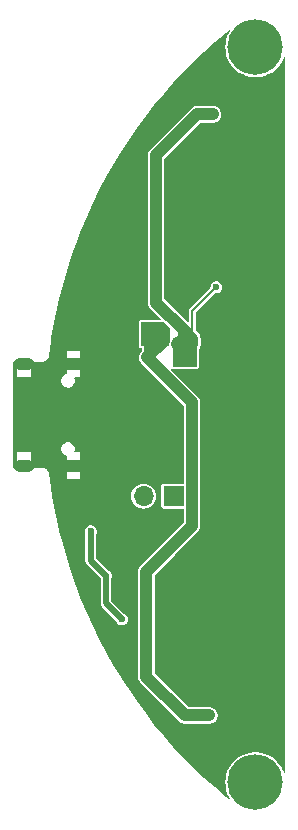
<source format=gbr>
%TF.GenerationSoftware,KiCad,Pcbnew,8.0.5*%
%TF.CreationDate,2025-01-30T00:47:00+01:00*%
%TF.ProjectId,LAMP_OUTDOOR_BATTERY,4c414d50-5f4f-4555-9444-4f4f525f4241,rev?*%
%TF.SameCoordinates,Original*%
%TF.FileFunction,Copper,L2,Bot*%
%TF.FilePolarity,Positive*%
%FSLAX46Y46*%
G04 Gerber Fmt 4.6, Leading zero omitted, Abs format (unit mm)*
G04 Created by KiCad (PCBNEW 8.0.5) date 2025-01-30 00:47:00*
%MOMM*%
%LPD*%
G01*
G04 APERTURE LIST*
%TA.AperFunction,ComponentPad*%
%ADD10O,2.100000X1.000000*%
%TD*%
%TA.AperFunction,ComponentPad*%
%ADD11O,1.800000X1.000000*%
%TD*%
%TA.AperFunction,ComponentPad*%
%ADD12C,3.100000*%
%TD*%
%TA.AperFunction,ConnectorPad*%
%ADD13C,4.700000*%
%TD*%
%TA.AperFunction,ComponentPad*%
%ADD14R,1.700000X1.700000*%
%TD*%
%TA.AperFunction,ComponentPad*%
%ADD15O,1.700000X1.700000*%
%TD*%
%TA.AperFunction,ViaPad*%
%ADD16C,0.600000*%
%TD*%
%TA.AperFunction,Conductor*%
%ADD17C,1.000000*%
%TD*%
%TA.AperFunction,Conductor*%
%ADD18C,0.500000*%
%TD*%
%TA.AperFunction,Conductor*%
%ADD19C,0.200000*%
%TD*%
G04 APERTURE END LIST*
D10*
%TO.P,J1,S1*%
%TO.N,GND*%
X142385000Y-87610000D03*
%TO.P,J1,S2*%
X142385000Y-96250000D03*
D11*
%TO.P,J1,S3*%
X138205000Y-87610000D03*
%TO.P,J1,S4*%
X138205000Y-96250000D03*
%TD*%
D12*
%TO.P,REF\u002A\u002A,1*%
%TO.N,N/C*%
X157764700Y-123050400D03*
D13*
X157764700Y-123050400D03*
%TD*%
D12*
%TO.P,REF\u002A\u002A,1*%
%TO.N,N/C*%
X157764700Y-60789600D03*
D13*
X157764700Y-60789600D03*
%TD*%
%TO.P,,1*%
%TO.N,N/C*%
X157764700Y-123050400D03*
%TD*%
D14*
%TO.P,SW1,1,A*%
%TO.N,+BATT*%
X150830000Y-98810000D03*
D15*
%TO.P,SW1,2,B*%
%TO.N,/IN*%
X148290000Y-98810000D03*
%TD*%
D16*
%TO.N,+BATT*%
X152220000Y-67080000D03*
X154180000Y-66490000D03*
X153110000Y-66490000D03*
%TO.N,/Battery-*%
X152480000Y-117380000D03*
X153870000Y-117380000D03*
%TO.N,GND*%
X150190000Y-107410000D03*
%TO.N,+5V*%
X146460000Y-109250000D03*
X145100000Y-105550000D03*
X143820000Y-101790000D03*
%TO.N,GND*%
X151820000Y-69850000D03*
X155690000Y-88110000D03*
X151820000Y-76460718D03*
X150790000Y-101180000D03*
X155690000Y-91520718D03*
X147230000Y-69820000D03*
X159060000Y-91520000D03*
X159090000Y-97739282D03*
X151820000Y-73260718D03*
X155300000Y-76390718D03*
X158720000Y-69750000D03*
X155300000Y-73190718D03*
X148190000Y-96800000D03*
X143570000Y-99660000D03*
X140270000Y-91460000D03*
X154200000Y-115680000D03*
X152750000Y-119020000D03*
X147230000Y-76430718D03*
X141120000Y-98230000D03*
X159060000Y-94930718D03*
X159060000Y-88320000D03*
X155720000Y-97740000D03*
X155690000Y-94720718D03*
X159450000Y-105380000D03*
X152549282Y-115680000D03*
X147230000Y-73230718D03*
X147900000Y-93320000D03*
X144990000Y-94710000D03*
X155720000Y-100940000D03*
X140270000Y-88480000D03*
X140910000Y-85690000D03*
X158720000Y-76360718D03*
X159140000Y-100910000D03*
X158720000Y-72950000D03*
X150480000Y-96850000D03*
X155510000Y-107300000D03*
X151099282Y-119020000D03*
X155300000Y-69780000D03*
X159470000Y-107340000D03*
X140270000Y-94280000D03*
X144690000Y-87640000D03*
%TO.N,+BATT*%
X151160000Y-85960000D03*
X151160000Y-87360000D03*
X152410000Y-87360000D03*
X154450000Y-81130000D03*
X152410000Y-85960000D03*
%TO.N,/Battery-*%
X149980000Y-84450000D03*
X149980000Y-85700000D03*
X148580000Y-84450000D03*
X148580000Y-85700000D03*
%TD*%
D17*
%TO.N,+BATT*%
X152810000Y-66490000D02*
X152220000Y-67080000D01*
X153110000Y-66490000D02*
X152810000Y-66490000D01*
X154180000Y-66490000D02*
X153110000Y-66490000D01*
%TO.N,/Battery-*%
X152480000Y-117380000D02*
X151820000Y-117380000D01*
X152380000Y-101340000D02*
X152380000Y-90840000D01*
X148520000Y-114080000D02*
X148520000Y-105200000D01*
X151820000Y-117380000D02*
X148520000Y-114080000D01*
X148520000Y-105200000D02*
X152380000Y-101340000D01*
X152380000Y-90840000D02*
X148610000Y-87070000D01*
X153870000Y-117380000D02*
X152480000Y-117380000D01*
D18*
%TO.N,+5V*%
X145100000Y-105550000D02*
X145100000Y-107890000D01*
X143820000Y-104270000D02*
X145100000Y-105550000D01*
X145100000Y-107890000D02*
X146460000Y-109250000D01*
X143820000Y-101790000D02*
X143820000Y-104270000D01*
D17*
%TO.N,+BATT*%
X151697107Y-84752893D02*
X149360000Y-82415786D01*
X151697107Y-84752893D02*
X151697107Y-85422893D01*
X152410000Y-85960000D02*
X152410000Y-85465786D01*
X149360000Y-82415786D02*
X149360000Y-69940000D01*
D19*
X154450000Y-81130000D02*
X152410000Y-83170000D01*
D17*
X151697107Y-85422893D02*
X151160000Y-85960000D01*
D19*
X152410000Y-83170000D02*
X152410000Y-85960000D01*
D17*
X152410000Y-85465786D02*
X151697107Y-84752893D01*
X149360000Y-69940000D02*
X152220000Y-67080000D01*
%TO.N,/Battery-*%
X148825000Y-86855000D02*
X148825000Y-85945000D01*
X148825000Y-85945000D02*
X148580000Y-85700000D01*
X148610000Y-87070000D02*
X149980000Y-85700000D01*
X148610000Y-87070000D02*
X148825000Y-86855000D01*
%TD*%
%TA.AperFunction,Conductor*%
%TO.N,/Battery-*%
G36*
X150027910Y-84074352D02*
G01*
X150525648Y-84572090D01*
X150540000Y-84606738D01*
X150540000Y-85616571D01*
X150536270Y-85635322D01*
X150486420Y-85755670D01*
X150486418Y-85755679D01*
X150459500Y-85891002D01*
X150459500Y-86031000D01*
X150445148Y-86065648D01*
X150410500Y-86080000D01*
X148129000Y-86080000D01*
X148094352Y-86065648D01*
X148080000Y-86031000D01*
X148080000Y-84109000D01*
X148094352Y-84074352D01*
X148129000Y-84060000D01*
X149993262Y-84060000D01*
X150027910Y-84074352D01*
G37*
%TD.AperFunction*%
%TD*%
%TA.AperFunction,Conductor*%
%TO.N,+BATT*%
G36*
X152775648Y-85414352D02*
G01*
X152790000Y-85449000D01*
X152790000Y-87811000D01*
X152775648Y-87845648D01*
X152741000Y-87860000D01*
X150819000Y-87860000D01*
X150784352Y-87845648D01*
X150770000Y-87811000D01*
X150770000Y-85449000D01*
X150784352Y-85414352D01*
X150819000Y-85400000D01*
X152741000Y-85400000D01*
X152775648Y-85414352D01*
G37*
%TD.AperFunction*%
%TD*%
%TA.AperFunction,Conductor*%
%TO.N,GND*%
G36*
X155598726Y-59381202D02*
G01*
X155609050Y-59417256D01*
X155601739Y-59437946D01*
X155525261Y-59558457D01*
X155388615Y-59848843D01*
X155289442Y-60154065D01*
X155229307Y-60469308D01*
X155209157Y-60789595D01*
X155209157Y-60789604D01*
X155229307Y-61109891D01*
X155289442Y-61425134D01*
X155388615Y-61730356D01*
X155525261Y-62020742D01*
X155697219Y-62291706D01*
X155901783Y-62538983D01*
X155901790Y-62538991D01*
X156135731Y-62758676D01*
X156135734Y-62758678D01*
X156135736Y-62758680D01*
X156395372Y-62947316D01*
X156676603Y-63101924D01*
X156974994Y-63220066D01*
X157285839Y-63299877D01*
X157604236Y-63340100D01*
X157604237Y-63340100D01*
X157925163Y-63340100D01*
X157925164Y-63340100D01*
X158243561Y-63299877D01*
X158554406Y-63220066D01*
X158852797Y-63101924D01*
X159134028Y-62947316D01*
X159393664Y-62758680D01*
X159627611Y-62538990D01*
X159832178Y-62291710D01*
X160004139Y-62020742D01*
X160140784Y-61730358D01*
X160168597Y-61644756D01*
X160192953Y-61616240D01*
X160230341Y-61613297D01*
X160258858Y-61637653D01*
X160264199Y-61659899D01*
X160264199Y-122180100D01*
X160249847Y-122214748D01*
X160215199Y-122229100D01*
X160180551Y-122214748D01*
X160168597Y-122195242D01*
X160140784Y-122109643D01*
X160123348Y-122072589D01*
X160004139Y-121819258D01*
X159832178Y-121548290D01*
X159627611Y-121301010D01*
X159627609Y-121301008D01*
X159393668Y-121081323D01*
X159393660Y-121081317D01*
X159134035Y-120892689D01*
X159134029Y-120892685D01*
X159134030Y-120892685D01*
X159134028Y-120892684D01*
X158852797Y-120738076D01*
X158749984Y-120697369D01*
X158554407Y-120619934D01*
X158243560Y-120540122D01*
X157925166Y-120499900D01*
X157925164Y-120499900D01*
X157604236Y-120499900D01*
X157604233Y-120499900D01*
X157285839Y-120540122D01*
X156974992Y-120619934D01*
X156676600Y-120738077D01*
X156395370Y-120892685D01*
X156395364Y-120892689D01*
X156135739Y-121081317D01*
X156135731Y-121081323D01*
X155901790Y-121301008D01*
X155901783Y-121301016D01*
X155697219Y-121548293D01*
X155525261Y-121819257D01*
X155388615Y-122109643D01*
X155289442Y-122414865D01*
X155229307Y-122730108D01*
X155209157Y-123050395D01*
X155209157Y-123050404D01*
X155229307Y-123370691D01*
X155289442Y-123685934D01*
X155388615Y-123991156D01*
X155525261Y-124281542D01*
X155601727Y-124402034D01*
X155608175Y-124438978D01*
X155586610Y-124469661D01*
X155549666Y-124476109D01*
X155529866Y-124466648D01*
X155274723Y-124263854D01*
X155273606Y-124262939D01*
X154333417Y-123469353D01*
X154332328Y-123468406D01*
X153415925Y-122647468D01*
X153414864Y-122646489D01*
X152523044Y-121798913D01*
X152522012Y-121797903D01*
X151655547Y-120924423D01*
X151654546Y-120923384D01*
X150814189Y-120024760D01*
X150813218Y-120023691D01*
X149999680Y-119100678D01*
X149998742Y-119099581D01*
X149212778Y-118153041D01*
X149211872Y-118151917D01*
X148867815Y-117711807D01*
X148454083Y-117182571D01*
X148453246Y-117181465D01*
X147724372Y-116190258D01*
X147723538Y-116189089D01*
X147024174Y-115176831D01*
X147023371Y-115175631D01*
X146602616Y-114526543D01*
X146354115Y-114143187D01*
X146353391Y-114142032D01*
X145714846Y-113090333D01*
X145714116Y-113089089D01*
X145106845Y-112019061D01*
X145106174Y-112017839D01*
X144530640Y-110930293D01*
X144530049Y-110929136D01*
X143986779Y-109825063D01*
X143986211Y-109823864D01*
X143475725Y-108704316D01*
X143475178Y-108703069D01*
X142997914Y-107569017D01*
X142997402Y-107567750D01*
X142553724Y-106420057D01*
X142553261Y-106418802D01*
X142143605Y-105258594D01*
X142143175Y-105257319D01*
X141767875Y-104085546D01*
X141767456Y-104084168D01*
X141426855Y-102901907D01*
X141426476Y-102900514D01*
X141197688Y-102008361D01*
X141141689Y-101789997D01*
X143314353Y-101789997D01*
X143314353Y-101790001D01*
X143334835Y-101932457D01*
X143334835Y-101932458D01*
X143365072Y-101998665D01*
X143369500Y-102019021D01*
X143369500Y-104329310D01*
X143393713Y-104419672D01*
X143393713Y-104419673D01*
X143400200Y-104443886D01*
X143400201Y-104443888D01*
X143459511Y-104546614D01*
X144616551Y-105703654D01*
X144626474Y-105717946D01*
X144645071Y-105758665D01*
X144649500Y-105779021D01*
X144649500Y-107949310D01*
X144673713Y-108039672D01*
X144673713Y-108039673D01*
X144680200Y-108063886D01*
X144680201Y-108063888D01*
X144739511Y-108166614D01*
X145976551Y-109403654D01*
X145986475Y-109417946D01*
X146034623Y-109523373D01*
X146034624Y-109523374D01*
X146034625Y-109523376D01*
X146128871Y-109632142D01*
X146128872Y-109632143D01*
X146249947Y-109709953D01*
X146326785Y-109732514D01*
X146388034Y-109750499D01*
X146388037Y-109750499D01*
X146388039Y-109750500D01*
X146388040Y-109750500D01*
X146531960Y-109750500D01*
X146531961Y-109750500D01*
X146531963Y-109750499D01*
X146531965Y-109750499D01*
X146554795Y-109743795D01*
X146670053Y-109709953D01*
X146791128Y-109632143D01*
X146885377Y-109523373D01*
X146945165Y-109392457D01*
X146945165Y-109392455D01*
X146945166Y-109392454D01*
X146965647Y-109250002D01*
X146965647Y-109249997D01*
X146945166Y-109107545D01*
X146940751Y-109097879D01*
X146885377Y-108976627D01*
X146791128Y-108867857D01*
X146670053Y-108790047D01*
X146670050Y-108790046D01*
X146635472Y-108779893D01*
X146614629Y-108767526D01*
X145564852Y-107717749D01*
X145550500Y-107683101D01*
X145550500Y-105779021D01*
X145554928Y-105758665D01*
X145573524Y-105717946D01*
X145585165Y-105692457D01*
X145605647Y-105550000D01*
X145597043Y-105490156D01*
X145585166Y-105407545D01*
X145580751Y-105397879D01*
X145525377Y-105276627D01*
X145509792Y-105258641D01*
X145431128Y-105167857D01*
X145373782Y-105131003D01*
X147819500Y-105131003D01*
X147819500Y-114148997D01*
X147846418Y-114284320D01*
X147846420Y-114284328D01*
X147899225Y-114411811D01*
X147975886Y-114526543D01*
X151373457Y-117924114D01*
X151488189Y-118000775D01*
X151615672Y-118053580D01*
X151751006Y-118080500D01*
X153938993Y-118080500D01*
X154074328Y-118053580D01*
X154201811Y-118000775D01*
X154316542Y-117924114D01*
X154414114Y-117826542D01*
X154490775Y-117711811D01*
X154543580Y-117584328D01*
X154570500Y-117448993D01*
X154570500Y-117311007D01*
X154543580Y-117175672D01*
X154490775Y-117048189D01*
X154444613Y-116979102D01*
X154414116Y-116933460D01*
X154316539Y-116835883D01*
X154248074Y-116790137D01*
X154201811Y-116759225D01*
X154201808Y-116759223D01*
X154201807Y-116759223D01*
X154074329Y-116706420D01*
X154074318Y-116706417D01*
X153938998Y-116679500D01*
X153938993Y-116679500D01*
X152548993Y-116679500D01*
X152130453Y-116679500D01*
X152095805Y-116665148D01*
X149234852Y-113804195D01*
X149220500Y-113769547D01*
X149220500Y-105510452D01*
X149234852Y-105475804D01*
X150937959Y-103772697D01*
X152924113Y-101786543D01*
X152961433Y-101730691D01*
X153000775Y-101671811D01*
X153053580Y-101544328D01*
X153080500Y-101408993D01*
X153080500Y-90771007D01*
X153053580Y-90635672D01*
X153000775Y-90508189D01*
X152924114Y-90393457D01*
X150636049Y-88105392D01*
X150621697Y-88070744D01*
X150636049Y-88036096D01*
X150670697Y-88021744D01*
X150699052Y-88030781D01*
X150705709Y-88035505D01*
X150740357Y-88049857D01*
X150819000Y-88065500D01*
X150819003Y-88065500D01*
X152740997Y-88065500D01*
X152741000Y-88065500D01*
X152819643Y-88049857D01*
X152854291Y-88035505D01*
X152912581Y-87998879D01*
X152912581Y-87998877D01*
X152912583Y-87998877D01*
X152939043Y-87961585D01*
X152965505Y-87924291D01*
X152979857Y-87889643D01*
X152995500Y-87811000D01*
X152995500Y-86359467D01*
X153003758Y-86332244D01*
X153013758Y-86317278D01*
X153030775Y-86291811D01*
X153083580Y-86164328D01*
X153110500Y-86028993D01*
X153110500Y-85396793D01*
X153105558Y-85371950D01*
X153083580Y-85261458D01*
X153030775Y-85133975D01*
X152954114Y-85019243D01*
X152724852Y-84789981D01*
X152710500Y-84755333D01*
X152710500Y-83314766D01*
X152724851Y-83280119D01*
X154360118Y-81644851D01*
X154394766Y-81630500D01*
X154521960Y-81630500D01*
X154521961Y-81630500D01*
X154521963Y-81630499D01*
X154521965Y-81630499D01*
X154544795Y-81623795D01*
X154660053Y-81589953D01*
X154781128Y-81512143D01*
X154875377Y-81403373D01*
X154935165Y-81272457D01*
X154935165Y-81272455D01*
X154935166Y-81272454D01*
X154955647Y-81130002D01*
X154955647Y-81129997D01*
X154935166Y-80987545D01*
X154913216Y-80939483D01*
X154875377Y-80856627D01*
X154781128Y-80747857D01*
X154660053Y-80670047D01*
X154660050Y-80670046D01*
X154521965Y-80629500D01*
X154521961Y-80629500D01*
X154378039Y-80629500D01*
X154378034Y-80629500D01*
X154239949Y-80670046D01*
X154118871Y-80747857D01*
X154024625Y-80856623D01*
X154024624Y-80856625D01*
X153964833Y-80987545D01*
X153944353Y-81129997D01*
X153944353Y-81130001D01*
X153951003Y-81176256D01*
X153941728Y-81212594D01*
X153937150Y-81217877D01*
X152225489Y-82929540D01*
X152169541Y-82985488D01*
X152169540Y-82985488D01*
X152129979Y-83054008D01*
X152129979Y-83054010D01*
X152109500Y-83130436D01*
X152109500Y-84056333D01*
X152095148Y-84090981D01*
X152060500Y-84105333D01*
X152025852Y-84090981D01*
X150074852Y-82139981D01*
X150060500Y-82105333D01*
X150060500Y-70250453D01*
X150074852Y-70215805D01*
X153085805Y-67204852D01*
X153120453Y-67190500D01*
X154248993Y-67190500D01*
X154384328Y-67163580D01*
X154511811Y-67110775D01*
X154626542Y-67034114D01*
X154724114Y-66936542D01*
X154800775Y-66821811D01*
X154853580Y-66694328D01*
X154880500Y-66558993D01*
X154880500Y-66421007D01*
X154853580Y-66285672D01*
X154800775Y-66158189D01*
X154754613Y-66089102D01*
X154724116Y-66043460D01*
X154626539Y-65945883D01*
X154558074Y-65900137D01*
X154511811Y-65869225D01*
X154511808Y-65869223D01*
X154511807Y-65869223D01*
X154384329Y-65816420D01*
X154384318Y-65816417D01*
X154248998Y-65789500D01*
X154248993Y-65789500D01*
X153178993Y-65789500D01*
X152878994Y-65789500D01*
X152741006Y-65789500D01*
X152741002Y-65789500D01*
X152605679Y-65816418D01*
X152605670Y-65816420D01*
X152478192Y-65869223D01*
X152363457Y-65945885D01*
X148815885Y-69493457D01*
X148739223Y-69608192D01*
X148686420Y-69735670D01*
X148686417Y-69735681D01*
X148659500Y-69871001D01*
X148659500Y-82484783D01*
X148686418Y-82620106D01*
X148686420Y-82620114D01*
X148739225Y-82747597D01*
X148790561Y-82824427D01*
X148815885Y-82862328D01*
X149724409Y-83770852D01*
X149738761Y-83805500D01*
X149724409Y-83840148D01*
X149689761Y-83854500D01*
X148129000Y-83854500D01*
X148089859Y-83862285D01*
X148050359Y-83870142D01*
X148050349Y-83870145D01*
X148015716Y-83884491D01*
X148015710Y-83884494D01*
X148015709Y-83884495D01*
X147997618Y-83895861D01*
X147957416Y-83921122D01*
X147904496Y-83995706D01*
X147890144Y-84030353D01*
X147890142Y-84030359D01*
X147884976Y-84056333D01*
X147874500Y-84109000D01*
X147874500Y-86031000D01*
X147884880Y-86083187D01*
X147890142Y-86109640D01*
X147890145Y-86109650D01*
X147904491Y-86144283D01*
X147904490Y-86144283D01*
X147941122Y-86202583D01*
X148015430Y-86255307D01*
X148015709Y-86255505D01*
X148050357Y-86269857D01*
X148085059Y-86276759D01*
X148116242Y-86297595D01*
X148124500Y-86324818D01*
X148124500Y-86544547D01*
X148110148Y-86579195D01*
X148065885Y-86623457D01*
X147989223Y-86738192D01*
X147936420Y-86865670D01*
X147936418Y-86865679D01*
X147909500Y-87001002D01*
X147909500Y-87138997D01*
X147936418Y-87274320D01*
X147936420Y-87274329D01*
X147986624Y-87395532D01*
X147989225Y-87401811D01*
X148034453Y-87469500D01*
X148065885Y-87516542D01*
X151665148Y-91115805D01*
X151679500Y-91150453D01*
X151679500Y-97710500D01*
X151665148Y-97745148D01*
X151630500Y-97759500D01*
X149960252Y-97759500D01*
X149901769Y-97771133D01*
X149835447Y-97815447D01*
X149791133Y-97881769D01*
X149779500Y-97940252D01*
X149779500Y-99679748D01*
X149791133Y-99738231D01*
X149808882Y-99764795D01*
X149835447Y-99804552D01*
X149862012Y-99822301D01*
X149901769Y-99848867D01*
X149960252Y-99860500D01*
X151630500Y-99860500D01*
X151665148Y-99874852D01*
X151679500Y-99909500D01*
X151679500Y-101029547D01*
X151665148Y-101064195D01*
X147975885Y-104753457D01*
X147899223Y-104868192D01*
X147846420Y-104995670D01*
X147846417Y-104995681D01*
X147827647Y-105090047D01*
X147827647Y-105090048D01*
X147819500Y-105131003D01*
X145373782Y-105131003D01*
X145310053Y-105090047D01*
X145310050Y-105090046D01*
X145275472Y-105079893D01*
X145254629Y-105067526D01*
X144284852Y-104097749D01*
X144270500Y-104063101D01*
X144270500Y-102019021D01*
X144274928Y-101998665D01*
X144305165Y-101932457D01*
X144325647Y-101790000D01*
X144325647Y-101789997D01*
X144305166Y-101647545D01*
X144300751Y-101637879D01*
X144245377Y-101516627D01*
X144151128Y-101407857D01*
X144030053Y-101330047D01*
X144030050Y-101330046D01*
X143891965Y-101289500D01*
X143891961Y-101289500D01*
X143748039Y-101289500D01*
X143748034Y-101289500D01*
X143609949Y-101330046D01*
X143488871Y-101407857D01*
X143394625Y-101516623D01*
X143394624Y-101516625D01*
X143334833Y-101647545D01*
X143314353Y-101789997D01*
X141141689Y-101789997D01*
X141120844Y-101708711D01*
X141120521Y-101707370D01*
X140850128Y-100507065D01*
X140849846Y-100505725D01*
X140614920Y-99297934D01*
X140614667Y-99296516D01*
X140534832Y-98810000D01*
X147234417Y-98810000D01*
X147254700Y-99015934D01*
X147314768Y-99213954D01*
X147412315Y-99396450D01*
X147543590Y-99556410D01*
X147703550Y-99687685D01*
X147886046Y-99785232D01*
X148084066Y-99845300D01*
X148290000Y-99865583D01*
X148495934Y-99845300D01*
X148693954Y-99785232D01*
X148876450Y-99687685D01*
X149036410Y-99556410D01*
X149167685Y-99396450D01*
X149265232Y-99213954D01*
X149325300Y-99015934D01*
X149345583Y-98810000D01*
X149325300Y-98604066D01*
X149265232Y-98406046D01*
X149167685Y-98223550D01*
X149036410Y-98063590D01*
X148876450Y-97932315D01*
X148693954Y-97834768D01*
X148495934Y-97774700D01*
X148290000Y-97754417D01*
X148084065Y-97774700D01*
X148084064Y-97774700D01*
X147886043Y-97834769D01*
X147703548Y-97932316D01*
X147543590Y-98063590D01*
X147412316Y-98223548D01*
X147314769Y-98406043D01*
X147254700Y-98604064D01*
X147254700Y-98604065D01*
X147254700Y-98604066D01*
X147234417Y-98810000D01*
X140534832Y-98810000D01*
X140415444Y-98082446D01*
X140415231Y-98081018D01*
X140255690Y-96890207D01*
X140255256Y-96883700D01*
X140255256Y-96854107D01*
X140253602Y-96847938D01*
X140248410Y-96828561D01*
X140247087Y-96821686D01*
X140243962Y-96795423D01*
X140231596Y-96764487D01*
X140229770Y-96758992D01*
X140221148Y-96726814D01*
X140221147Y-96726811D01*
X140207927Y-96703914D01*
X140204862Y-96697600D01*
X140195051Y-96673053D01*
X140195050Y-96673052D01*
X140175101Y-96646373D01*
X140171909Y-96641530D01*
X140155255Y-96612685D01*
X140136561Y-96593991D01*
X140131967Y-96588687D01*
X140130046Y-96586118D01*
X140116132Y-96567510D01*
X140089950Y-96546897D01*
X140085622Y-96543052D01*
X140062070Y-96519500D01*
X140039172Y-96506280D01*
X140033360Y-96502344D01*
X140012592Y-96485992D01*
X140012588Y-96485990D01*
X139981970Y-96472858D01*
X139976788Y-96470262D01*
X139947944Y-96453608D01*
X139947940Y-96453607D01*
X139922400Y-96446763D01*
X139915770Y-96444466D01*
X139891473Y-96434046D01*
X139886874Y-96433382D01*
X139858486Y-96429285D01*
X139852823Y-96428121D01*
X139839135Y-96424453D01*
X139820650Y-96419500D01*
X139820648Y-96419500D01*
X139794208Y-96419500D01*
X139787208Y-96418997D01*
X139761041Y-96415220D01*
X139761040Y-96415220D01*
X139745147Y-96417111D01*
X139727958Y-96419157D01*
X139722168Y-96419500D01*
X138791201Y-96419500D01*
X138756553Y-96405148D01*
X138742201Y-96370500D01*
X138742201Y-95104117D01*
X137604721Y-95104117D01*
X137604721Y-96370500D01*
X137590369Y-96405148D01*
X137555721Y-96419500D01*
X137284500Y-96419500D01*
X137249852Y-96405148D01*
X137235500Y-96370500D01*
X137235500Y-94744230D01*
X141309500Y-94744230D01*
X141309500Y-94895769D01*
X141348718Y-95042133D01*
X141348719Y-95042137D01*
X141376218Y-95089765D01*
X141424485Y-95173365D01*
X141531635Y-95280515D01*
X141607396Y-95324256D01*
X141662861Y-95356279D01*
X141662865Y-95356281D01*
X141768405Y-95384559D01*
X141798156Y-95407387D01*
X141804721Y-95431888D01*
X141804721Y-97355141D01*
X142942201Y-97355141D01*
X142942201Y-95104117D01*
X142468531Y-95104117D01*
X142433883Y-95089765D01*
X142419531Y-95055117D01*
X142421201Y-95042435D01*
X142460499Y-94895769D01*
X142460500Y-94895769D01*
X142460500Y-94744231D01*
X142460499Y-94744230D01*
X142421281Y-94597866D01*
X142421280Y-94597862D01*
X142345514Y-94466634D01*
X142238365Y-94359485D01*
X142107137Y-94283719D01*
X142107133Y-94283718D01*
X141960769Y-94244500D01*
X141960766Y-94244500D01*
X141809234Y-94244500D01*
X141809231Y-94244500D01*
X141662866Y-94283718D01*
X141662862Y-94283719D01*
X141531634Y-94359485D01*
X141531634Y-94359486D01*
X141424486Y-94466634D01*
X141424485Y-94466634D01*
X141348719Y-94597862D01*
X141348718Y-94597866D01*
X141309500Y-94744230D01*
X137235500Y-94744230D01*
X137235500Y-88964230D01*
X141309500Y-88964230D01*
X141309500Y-89115769D01*
X141348718Y-89262133D01*
X141348719Y-89262137D01*
X141424485Y-89393365D01*
X141531635Y-89500515D01*
X141579666Y-89528246D01*
X141662862Y-89576280D01*
X141662864Y-89576280D01*
X141662865Y-89576281D01*
X141778303Y-89607212D01*
X141809230Y-89615499D01*
X141809231Y-89615500D01*
X141809234Y-89615500D01*
X141960769Y-89615500D01*
X141960769Y-89615499D01*
X142107135Y-89576281D01*
X142238365Y-89500515D01*
X142345515Y-89393365D01*
X142421281Y-89262135D01*
X142460499Y-89115769D01*
X142460500Y-89115769D01*
X142460500Y-88964231D01*
X142460499Y-88964230D01*
X142421002Y-88816823D01*
X142425897Y-88779641D01*
X142455650Y-88756811D01*
X142468332Y-88755141D01*
X142942201Y-88755141D01*
X142942201Y-86504117D01*
X141804721Y-86504117D01*
X141804721Y-88428110D01*
X141790369Y-88462758D01*
X141768403Y-88475440D01*
X141662865Y-88503718D01*
X141662862Y-88503719D01*
X141531634Y-88579485D01*
X141531634Y-88579486D01*
X141424486Y-88686634D01*
X141424485Y-88686634D01*
X141348719Y-88817862D01*
X141348718Y-88817866D01*
X141309500Y-88964230D01*
X137235500Y-88964230D01*
X137235500Y-87469500D01*
X137249852Y-87434852D01*
X137284500Y-87420500D01*
X137555721Y-87420500D01*
X137590369Y-87434852D01*
X137604721Y-87469500D01*
X137604721Y-88755141D01*
X138742201Y-88755141D01*
X138742201Y-87469500D01*
X138756553Y-87434852D01*
X138791201Y-87420500D01*
X139722169Y-87420500D01*
X139727959Y-87420843D01*
X139729304Y-87421003D01*
X139761041Y-87424780D01*
X139787209Y-87421002D01*
X139794209Y-87420500D01*
X139820647Y-87420500D01*
X139820649Y-87420500D01*
X139852829Y-87411876D01*
X139858489Y-87410713D01*
X139891473Y-87405954D01*
X139915772Y-87395531D01*
X139922397Y-87393236D01*
X139947943Y-87386392D01*
X139976793Y-87369734D01*
X139981976Y-87367139D01*
X139994597Y-87361725D01*
X140012589Y-87354010D01*
X140033363Y-87337653D01*
X140039172Y-87333720D01*
X140043738Y-87331083D01*
X140062071Y-87320500D01*
X140085633Y-87296936D01*
X140089965Y-87293091D01*
X140116133Y-87272490D01*
X140131972Y-87251305D01*
X140136547Y-87246022D01*
X140155257Y-87227314D01*
X140171915Y-87198459D01*
X140175101Y-87193626D01*
X140195051Y-87166948D01*
X140204866Y-87142388D01*
X140207923Y-87136092D01*
X140221149Y-87113186D01*
X140229775Y-87080990D01*
X140231595Y-87075516D01*
X140243963Y-87044577D01*
X140247088Y-87018312D01*
X140248411Y-87011437D01*
X140255257Y-86985892D01*
X140255257Y-86956237D01*
X140255691Y-86949730D01*
X140343964Y-86290862D01*
X140415225Y-85758970D01*
X140415437Y-85757552D01*
X140474636Y-85396793D01*
X140614663Y-84543465D01*
X140614915Y-84542060D01*
X140699148Y-84109003D01*
X140849842Y-83334258D01*
X140850118Y-83332946D01*
X141120518Y-82132611D01*
X141120833Y-82131302D01*
X141426472Y-80939469D01*
X141426848Y-80938090D01*
X141767450Y-79755829D01*
X141767870Y-79754448D01*
X142143175Y-78582657D01*
X142143591Y-78581423D01*
X142553263Y-77421171D01*
X142553710Y-77419961D01*
X142997405Y-76272224D01*
X142997898Y-76271004D01*
X143475183Y-75136901D01*
X143475708Y-75135704D01*
X143986217Y-74016105D01*
X143986761Y-74014958D01*
X144530055Y-72910835D01*
X144530633Y-72909704D01*
X145106169Y-71822155D01*
X145106815Y-71820977D01*
X145714127Y-70750876D01*
X145714822Y-70749692D01*
X146353404Y-69697932D01*
X146354090Y-69696838D01*
X147023394Y-68664319D01*
X147024139Y-68663207D01*
X147723558Y-67650868D01*
X147724342Y-67649769D01*
X148453265Y-66658496D01*
X148454052Y-66657456D01*
X149211887Y-65688051D01*
X149212750Y-65686981D01*
X149998771Y-64740371D01*
X149999640Y-64739354D01*
X150813254Y-63816257D01*
X150814141Y-63815280D01*
X151654569Y-62916580D01*
X151655513Y-62915600D01*
X152522010Y-62042087D01*
X152523039Y-62041081D01*
X152849982Y-61730358D01*
X153414897Y-61193469D01*
X153415881Y-61192561D01*
X154332359Y-60371556D01*
X154333376Y-60370672D01*
X155273639Y-59577024D01*
X155274681Y-59576171D01*
X155529879Y-59373331D01*
X155565932Y-59363008D01*
X155598726Y-59381202D01*
G37*
%TD.AperFunction*%
%TD*%
M02*

</source>
